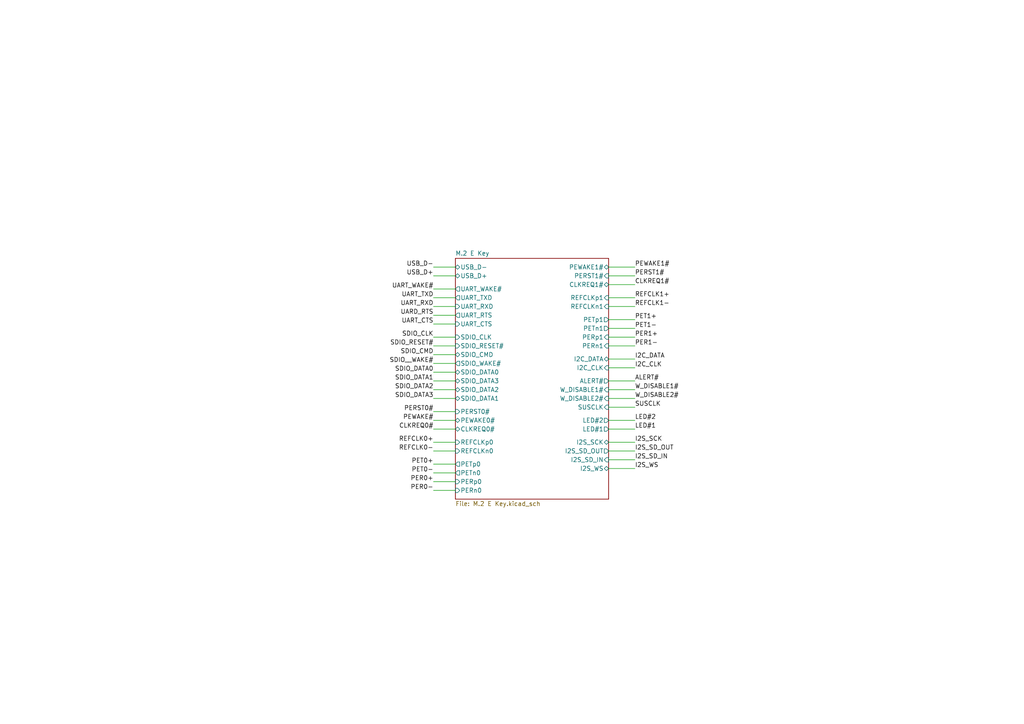
<source format=kicad_sch>
(kicad_sch
	(version 20250114)
	(generator "eeschema")
	(generator_version "9.0")
	(uuid "80102f95-40ef-457e-8ffe-1d64dea1d3f1")
	(paper "A4")
	(lib_symbols)
	(wire
		(pts
			(xy 125.73 124.46) (xy 132.08 124.46)
		)
		(stroke
			(width 0)
			(type default)
		)
		(uuid "06f82af9-5ef1-4de6-8cd8-ee730efbda58")
	)
	(wire
		(pts
			(xy 125.73 128.27) (xy 132.08 128.27)
		)
		(stroke
			(width 0)
			(type default)
		)
		(uuid "144160cf-97f7-4818-87b9-2dc0ff7188ad")
	)
	(wire
		(pts
			(xy 125.73 88.9) (xy 132.08 88.9)
		)
		(stroke
			(width 0)
			(type default)
		)
		(uuid "1c077299-978b-4eb4-b8d7-834f3fd63dd5")
	)
	(wire
		(pts
			(xy 125.73 119.38) (xy 132.08 119.38)
		)
		(stroke
			(width 0)
			(type default)
		)
		(uuid "1d47fdfe-d41f-4875-879e-a85ce3a28d8d")
	)
	(wire
		(pts
			(xy 125.73 137.16) (xy 132.08 137.16)
		)
		(stroke
			(width 0)
			(type default)
		)
		(uuid "1fa7503d-934c-41ce-b9a5-34fd8d2ef5da")
	)
	(wire
		(pts
			(xy 125.73 115.57) (xy 132.08 115.57)
		)
		(stroke
			(width 0)
			(type default)
		)
		(uuid "21c0c9ac-9e8c-452a-88f5-ac7b42b9438a")
	)
	(wire
		(pts
			(xy 176.53 133.35) (xy 184.15 133.35)
		)
		(stroke
			(width 0)
			(type default)
		)
		(uuid "23233e72-06af-4e38-8ee5-483c641a0a32")
	)
	(wire
		(pts
			(xy 125.73 77.47) (xy 132.08 77.47)
		)
		(stroke
			(width 0)
			(type default)
		)
		(uuid "2d60e699-5b4a-4b66-9f91-2e26065de4c4")
	)
	(wire
		(pts
			(xy 176.53 77.47) (xy 184.15 77.47)
		)
		(stroke
			(width 0)
			(type default)
		)
		(uuid "2f602f9a-89d5-4a6d-900a-419161ef0d4f")
	)
	(wire
		(pts
			(xy 125.73 105.41) (xy 132.08 105.41)
		)
		(stroke
			(width 0)
			(type default)
		)
		(uuid "33d0cdc9-22e9-4c9c-87bc-9071eb586fea")
	)
	(wire
		(pts
			(xy 125.73 91.44) (xy 132.08 91.44)
		)
		(stroke
			(width 0)
			(type default)
		)
		(uuid "491ac212-f797-492e-971c-929426e2e306")
	)
	(wire
		(pts
			(xy 176.53 82.55) (xy 184.15 82.55)
		)
		(stroke
			(width 0)
			(type default)
		)
		(uuid "565b85d7-455e-44e7-ab6b-97f246acce26")
	)
	(wire
		(pts
			(xy 125.73 113.03) (xy 132.08 113.03)
		)
		(stroke
			(width 0)
			(type default)
		)
		(uuid "6054ea2e-f169-4cb7-87e9-0a4b6d46426c")
	)
	(wire
		(pts
			(xy 125.73 97.79) (xy 132.08 97.79)
		)
		(stroke
			(width 0)
			(type default)
		)
		(uuid "647d3d8a-8851-4539-913a-93a6b3ecb308")
	)
	(wire
		(pts
			(xy 125.73 121.92) (xy 132.08 121.92)
		)
		(stroke
			(width 0)
			(type default)
		)
		(uuid "6eb0bc68-a32d-4c14-8c77-7ffd982a984e")
	)
	(wire
		(pts
			(xy 125.73 142.24) (xy 132.08 142.24)
		)
		(stroke
			(width 0)
			(type default)
		)
		(uuid "72204820-9363-497f-bed3-1cd3a00b3623")
	)
	(wire
		(pts
			(xy 176.53 124.46) (xy 184.15 124.46)
		)
		(stroke
			(width 0)
			(type default)
		)
		(uuid "7a4a926b-2649-4576-b4e0-a6049cc8718c")
	)
	(wire
		(pts
			(xy 125.73 139.7) (xy 132.08 139.7)
		)
		(stroke
			(width 0)
			(type default)
		)
		(uuid "7ae4c2e5-3f63-4221-8cc2-d520c241201c")
	)
	(wire
		(pts
			(xy 125.73 102.87) (xy 132.08 102.87)
		)
		(stroke
			(width 0)
			(type default)
		)
		(uuid "7ce95db3-9369-4539-ad09-8939c552f9c9")
	)
	(wire
		(pts
			(xy 125.73 130.81) (xy 132.08 130.81)
		)
		(stroke
			(width 0)
			(type default)
		)
		(uuid "871cddad-bdf4-43c9-8227-0e30493a7081")
	)
	(wire
		(pts
			(xy 176.53 110.49) (xy 184.15 110.49)
		)
		(stroke
			(width 0)
			(type default)
		)
		(uuid "94211537-6f79-4e3e-883a-539a7313a906")
	)
	(wire
		(pts
			(xy 125.73 93.98) (xy 132.08 93.98)
		)
		(stroke
			(width 0)
			(type default)
		)
		(uuid "97a7b796-09e3-49da-aa4b-b7bcc2e78240")
	)
	(wire
		(pts
			(xy 176.53 86.36) (xy 184.15 86.36)
		)
		(stroke
			(width 0)
			(type default)
		)
		(uuid "997f2d58-675a-4949-b2fe-f7630452e3a3")
	)
	(wire
		(pts
			(xy 176.53 121.92) (xy 184.15 121.92)
		)
		(stroke
			(width 0)
			(type default)
		)
		(uuid "99fc499f-05c5-4c1d-bb49-3dcd8a3639b8")
	)
	(wire
		(pts
			(xy 125.73 134.62) (xy 132.08 134.62)
		)
		(stroke
			(width 0)
			(type default)
		)
		(uuid "9fb622ea-7930-4614-b7ba-4f0a2d9bf5ae")
	)
	(wire
		(pts
			(xy 176.53 97.79) (xy 184.15 97.79)
		)
		(stroke
			(width 0)
			(type default)
		)
		(uuid "a24e5056-5ffe-4d97-807f-51c8c5875ce0")
	)
	(wire
		(pts
			(xy 176.53 100.33) (xy 184.15 100.33)
		)
		(stroke
			(width 0)
			(type default)
		)
		(uuid "a89c7572-f8ab-4af5-ab3e-9933e4a226bc")
	)
	(wire
		(pts
			(xy 176.53 113.03) (xy 184.15 113.03)
		)
		(stroke
			(width 0)
			(type default)
		)
		(uuid "aa01923f-05a8-4172-9be3-0043a6b376e4")
	)
	(wire
		(pts
			(xy 176.53 130.81) (xy 184.15 130.81)
		)
		(stroke
			(width 0)
			(type default)
		)
		(uuid "abe94a31-7f6b-47bd-bc3a-0891b6b73eee")
	)
	(wire
		(pts
			(xy 176.53 88.9) (xy 184.15 88.9)
		)
		(stroke
			(width 0)
			(type default)
		)
		(uuid "b0aad61e-fc98-4be6-babf-86d00e39dc04")
	)
	(wire
		(pts
			(xy 125.73 100.33) (xy 132.08 100.33)
		)
		(stroke
			(width 0)
			(type default)
		)
		(uuid "b596d036-36c7-4f27-ac1d-15780ddc8b51")
	)
	(wire
		(pts
			(xy 125.73 107.95) (xy 132.08 107.95)
		)
		(stroke
			(width 0)
			(type default)
		)
		(uuid "c4dacb57-da3d-4d06-8bc5-d2a250c73da6")
	)
	(wire
		(pts
			(xy 176.53 118.11) (xy 184.15 118.11)
		)
		(stroke
			(width 0)
			(type default)
		)
		(uuid "c56b3246-c5f8-41bc-a7ad-40acba058d33")
	)
	(wire
		(pts
			(xy 125.73 83.82) (xy 132.08 83.82)
		)
		(stroke
			(width 0)
			(type default)
		)
		(uuid "c8773aa6-3e06-4c94-8eb7-2fa92bf08e25")
	)
	(wire
		(pts
			(xy 176.53 135.89) (xy 184.15 135.89)
		)
		(stroke
			(width 0)
			(type default)
		)
		(uuid "ca43a614-fcfb-4384-80b3-41203cf74531")
	)
	(wire
		(pts
			(xy 176.53 128.27) (xy 184.15 128.27)
		)
		(stroke
			(width 0)
			(type default)
		)
		(uuid "d8204c2a-2416-4197-a61b-9d28f264fa30")
	)
	(wire
		(pts
			(xy 176.53 115.57) (xy 184.15 115.57)
		)
		(stroke
			(width 0)
			(type default)
		)
		(uuid "e4e8f7ee-01fd-4b1d-a264-89a2de887e5c")
	)
	(wire
		(pts
			(xy 176.53 104.14) (xy 184.15 104.14)
		)
		(stroke
			(width 0)
			(type default)
		)
		(uuid "ed7247d1-9667-42f3-b3dc-0111d20c71f9")
	)
	(wire
		(pts
			(xy 125.73 86.36) (xy 132.08 86.36)
		)
		(stroke
			(width 0)
			(type default)
		)
		(uuid "ee0c460e-805a-4497-b04e-c74ee6b79cfe")
	)
	(wire
		(pts
			(xy 176.53 80.01) (xy 184.15 80.01)
		)
		(stroke
			(width 0)
			(type default)
		)
		(uuid "f20d6868-2553-4d28-94a6-d01877341d18")
	)
	(wire
		(pts
			(xy 125.73 110.49) (xy 132.08 110.49)
		)
		(stroke
			(width 0)
			(type default)
		)
		(uuid "f4e05a61-9c46-44da-a332-49487dd959ef")
	)
	(wire
		(pts
			(xy 125.73 80.01) (xy 132.08 80.01)
		)
		(stroke
			(width 0)
			(type default)
		)
		(uuid "f63b2afa-a846-44b3-b7de-ec8146d01106")
	)
	(wire
		(pts
			(xy 176.53 92.71) (xy 184.15 92.71)
		)
		(stroke
			(width 0)
			(type default)
		)
		(uuid "f8c7fa38-b53a-4af1-a5fa-cb582fbfa0c5")
	)
	(wire
		(pts
			(xy 176.53 95.25) (xy 184.15 95.25)
		)
		(stroke
			(width 0)
			(type default)
		)
		(uuid "fad09478-1341-4117-9f48-51e6aba7c70d")
	)
	(wire
		(pts
			(xy 176.53 106.68) (xy 184.15 106.68)
		)
		(stroke
			(width 0)
			(type default)
		)
		(uuid "fbee9416-a00b-426f-9d4d-c181f7c3090d")
	)
	(label "ALERT#"
		(at 184.15 110.49 0)
		(effects
			(font
				(size 1.27 1.27)
			)
			(justify left bottom)
		)
		(uuid "044681e5-c488-4817-8597-bd9a5819784e")
	)
	(label "PERST0#"
		(at 125.73 119.38 180)
		(effects
			(font
				(size 1.27 1.27)
			)
			(justify right bottom)
		)
		(uuid "059f41c5-fc7e-4148-9975-f768e8e66425")
	)
	(label "LED#1"
		(at 184.15 124.46 0)
		(effects
			(font
				(size 1.27 1.27)
			)
			(justify left bottom)
		)
		(uuid "0740ec76-5352-4f10-b197-59f352943224")
	)
	(label "SDIO_CLK"
		(at 125.73 97.79 180)
		(effects
			(font
				(size 1.27 1.27)
			)
			(justify right bottom)
		)
		(uuid "088e1bae-4f02-4677-910e-b682d1fea644")
	)
	(label "SDIO_DATA1"
		(at 125.73 110.49 180)
		(effects
			(font
				(size 1.27 1.27)
			)
			(justify right bottom)
		)
		(uuid "0f0e26ef-acd2-479e-b279-22d574026761")
	)
	(label "I2S_SD_IN"
		(at 184.15 133.35 0)
		(effects
			(font
				(size 1.27 1.27)
			)
			(justify left bottom)
		)
		(uuid "1018ac58-4413-4dae-aa1a-8622044ce5e4")
	)
	(label "I2S_SCK"
		(at 184.15 128.27 0)
		(effects
			(font
				(size 1.27 1.27)
			)
			(justify left bottom)
		)
		(uuid "129ceff4-fcaf-4d7a-80a9-76ef0202ef12")
	)
	(label "PERST1#"
		(at 184.15 80.01 0)
		(effects
			(font
				(size 1.27 1.27)
			)
			(justify left bottom)
		)
		(uuid "22e7253e-2f5b-403d-88ec-60f6886ebe91")
	)
	(label "PET0-"
		(at 125.73 137.16 180)
		(effects
			(font
				(size 1.27 1.27)
			)
			(justify right bottom)
		)
		(uuid "2a980af7-5ae3-484e-af15-e9aad32d2df3")
	)
	(label "SDIO_CMD"
		(at 125.73 102.87 180)
		(effects
			(font
				(size 1.27 1.27)
			)
			(justify right bottom)
		)
		(uuid "31fba698-44af-42cb-9b26-86ef77e9bb60")
	)
	(label "SUSCLK"
		(at 184.15 118.11 0)
		(effects
			(font
				(size 1.27 1.27)
			)
			(justify left bottom)
		)
		(uuid "3635e0de-1120-461b-a6f7-4f0595d24a37")
	)
	(label "LED#2"
		(at 184.15 121.92 0)
		(effects
			(font
				(size 1.27 1.27)
			)
			(justify left bottom)
		)
		(uuid "3c1f5fcd-de77-4407-a86e-992825990ca9")
	)
	(label "CLKREQ0#"
		(at 125.73 124.46 180)
		(effects
			(font
				(size 1.27 1.27)
			)
			(justify right bottom)
		)
		(uuid "3ffe0d7f-273e-416e-b445-6a61e55ecc7b")
	)
	(label "I2C_CLK"
		(at 184.15 106.68 0)
		(effects
			(font
				(size 1.27 1.27)
			)
			(justify left bottom)
		)
		(uuid "403705fa-2ff9-4286-b54b-adc9db3841e1")
	)
	(label "SDIO_RESET#"
		(at 125.73 100.33 180)
		(effects
			(font
				(size 1.27 1.27)
			)
			(justify right bottom)
		)
		(uuid "4609ef26-34dd-4eaa-ac66-e41f13779044")
	)
	(label "SDIO_DATA0"
		(at 125.73 107.95 180)
		(effects
			(font
				(size 1.27 1.27)
			)
			(justify right bottom)
		)
		(uuid "493ef8e1-9bd8-4674-b5a3-bbd522a34927")
	)
	(label "UARD_RTS"
		(at 125.73 91.44 180)
		(effects
			(font
				(size 1.27 1.27)
			)
			(justify right bottom)
		)
		(uuid "545e2f76-94ed-4169-8ca9-54cc3673cc18")
	)
	(label "PEWAKE#"
		(at 125.73 121.92 180)
		(effects
			(font
				(size 1.27 1.27)
			)
			(justify right bottom)
		)
		(uuid "5f2ac284-c048-4601-bc3d-1ceabc31f163")
	)
	(label "PET1+"
		(at 184.15 92.71 0)
		(effects
			(font
				(size 1.27 1.27)
			)
			(justify left bottom)
		)
		(uuid "7104d248-0beb-44fc-bcdb-f222c5d8b294")
	)
	(label "REFCLK1+"
		(at 184.15 86.36 0)
		(effects
			(font
				(size 1.27 1.27)
			)
			(justify left bottom)
		)
		(uuid "84820b27-9e8c-4321-94c9-a9c2446f6bc4")
	)
	(label "REFCLK0+"
		(at 125.73 128.27 180)
		(effects
			(font
				(size 1.27 1.27)
			)
			(justify right bottom)
		)
		(uuid "8e2ecfa1-9144-4b3b-8cbc-7397e7ef1f7a")
	)
	(label "W_DISABLE2#"
		(at 184.15 115.57 0)
		(effects
			(font
				(size 1.27 1.27)
			)
			(justify left bottom)
		)
		(uuid "93aa47cd-bd0b-4583-8ee6-7435e03ae504")
	)
	(label "I2S_SD_OUT"
		(at 184.15 130.81 0)
		(effects
			(font
				(size 1.27 1.27)
			)
			(justify left bottom)
		)
		(uuid "94317fa9-953a-4402-8f40-d95141e9984d")
	)
	(label "USB_D+"
		(at 125.73 80.01 180)
		(effects
			(font
				(size 1.27 1.27)
			)
			(justify right bottom)
		)
		(uuid "98c9bc0e-74b1-4b7f-833f-3b194b819c48")
	)
	(label "PER0-"
		(at 125.73 142.24 180)
		(effects
			(font
				(size 1.27 1.27)
			)
			(justify right bottom)
		)
		(uuid "99c7a0aa-e987-444e-898c-432a68e3ae01")
	)
	(label "UART_WAKE#"
		(at 125.73 83.82 180)
		(effects
			(font
				(size 1.27 1.27)
			)
			(justify right bottom)
		)
		(uuid "a02d62b7-7055-43a4-9b85-2e0178f647ad")
	)
	(label "SDIO_DATA3"
		(at 125.73 115.57 180)
		(effects
			(font
				(size 1.27 1.27)
			)
			(justify right bottom)
		)
		(uuid "a57a0b89-baf0-4f11-a0c2-ece4bd4ffde7")
	)
	(label "UART_RXD"
		(at 125.73 88.9 180)
		(effects
			(font
				(size 1.27 1.27)
			)
			(justify right bottom)
		)
		(uuid "aba9bc00-50c6-4207-9dd1-6a8e3d30d590")
	)
	(label "PER1-"
		(at 184.15 100.33 0)
		(effects
			(font
				(size 1.27 1.27)
			)
			(justify left bottom)
		)
		(uuid "b160e469-2d8c-444f-a27d-8ad0748e64ef")
	)
	(label "USB_D-"
		(at 125.73 77.47 180)
		(effects
			(font
				(size 1.27 1.27)
			)
			(justify right bottom)
		)
		(uuid "b3de98d1-628c-41a8-ad98-1f4d53760ac9")
	)
	(label "UART_CTS"
		(at 125.73 93.98 180)
		(effects
			(font
				(size 1.27 1.27)
			)
			(justify right bottom)
		)
		(uuid "b8bbcc15-227c-4681-99dd-54d92e869324")
	)
	(label "PET0+"
		(at 125.73 134.62 180)
		(effects
			(font
				(size 1.27 1.27)
			)
			(justify right bottom)
		)
		(uuid "c0e6d9c7-9e91-4469-a6fe-76602b425b5e")
	)
	(label "PEWAKE1#"
		(at 184.15 77.47 0)
		(effects
			(font
				(size 1.27 1.27)
			)
			(justify left bottom)
		)
		(uuid "c3a51207-2646-445e-af6f-eb0b50160b23")
	)
	(label "PER1+"
		(at 184.15 97.79 0)
		(effects
			(font
				(size 1.27 1.27)
			)
			(justify left bottom)
		)
		(uuid "c95cfe91-9234-479e-98d1-1a07a6d59461")
	)
	(label "REFCLK0-"
		(at 125.73 130.81 180)
		(effects
			(font
				(size 1.27 1.27)
			)
			(justify right bottom)
		)
		(uuid "d188d14a-8921-4bc7-9b02-d7f0a67ca8c4")
	)
	(label "I2C_DATA"
		(at 184.15 104.14 0)
		(effects
			(font
				(size 1.27 1.27)
			)
			(justify left bottom)
		)
		(uuid "d575fa7e-4472-4fb0-b8f4-a9f922be6cd8")
	)
	(label "REFCLK1-"
		(at 184.15 88.9 0)
		(effects
			(font
				(size 1.27 1.27)
			)
			(justify left bottom)
		)
		(uuid "de758895-7031-4079-9c33-5df10187e0e2")
	)
	(label "CLKREQ1#"
		(at 184.15 82.55 0)
		(effects
			(font
				(size 1.27 1.27)
			)
			(justify left bottom)
		)
		(uuid "df7f47d8-4738-45c6-b961-6fc2c02df616")
	)
	(label "I2S_WS"
		(at 184.15 135.89 0)
		(effects
			(font
				(size 1.27 1.27)
			)
			(justify left bottom)
		)
		(uuid "e56e148d-cf99-41a5-a7aa-f8fdac39f1b4")
	)
	(label "PER0+"
		(at 125.73 139.7 180)
		(effects
			(font
				(size 1.27 1.27)
			)
			(justify right bottom)
		)
		(uuid "e76a8353-b807-4b78-976a-3bd872b46d00")
	)
	(label "SDIO_DATA2"
		(at 125.73 113.03 180)
		(effects
			(font
				(size 1.27 1.27)
			)
			(justify right bottom)
		)
		(uuid "e80af534-78b9-403e-9757-1f2b86c6ac04")
	)
	(label "W_DISABLE1#"
		(at 184.15 113.03 0)
		(effects
			(font
				(size 1.27 1.27)
			)
			(justify left bottom)
		)
		(uuid "e943e2df-f950-4150-bda4-fb322cbf15cf")
	)
	(label "PET1-"
		(at 184.15 95.25 0)
		(effects
			(font
				(size 1.27 1.27)
			)
			(justify left bottom)
		)
		(uuid "ea990960-18d3-4cee-a8d6-13a1c14cb6ae")
	)
	(label "UART_TXD"
		(at 125.73 86.36 180)
		(effects
			(font
				(size 1.27 1.27)
			)
			(justify right bottom)
		)
		(uuid "ebf2efc6-c8fb-44b9-8519-b6da86893eb5")
	)
	(label "SDIO__WAKE#"
		(at 125.73 105.41 180)
		(effects
			(font
				(size 1.27 1.27)
			)
			(justify right bottom)
		)
		(uuid "f08b2286-16e5-448f-81c7-4d9029577493")
	)
	(sheet
		(at 132.08 74.93)
		(size 44.45 69.85)
		(exclude_from_sim no)
		(in_bom yes)
		(on_board yes)
		(dnp no)
		(fields_autoplaced yes)
		(stroke
			(width 0.1524)
			(type solid)
		)
		(fill
			(color 0 0 0 0.0000)
		)
		(uuid "57f5f90c-1dca-44ef-b992-147ad2a2f3b1")
		(property "Sheetname" "M.2 E Key"
			(at 132.08 74.2184 0)
			(effects
				(font
					(size 1.27 1.27)
				)
				(justify left bottom)
			)
		)
		(property "Sheetfile" "M.2 E Key.kicad_sch"
			(at 132.08 145.3646 0)
			(effects
				(font
					(size 1.27 1.27)
				)
				(justify left top)
			)
		)
		(pin "USB_D-" bidirectional
			(at 132.08 77.47 180)
			(uuid "ffd96136-e013-448a-8051-6b640e3f01cf")
			(effects
				(font
					(size 1.27 1.27)
				)
				(justify left)
			)
		)
		(pin "USB_D+" bidirectional
			(at 132.08 80.01 180)
			(uuid "206a0d53-e7b3-41ed-9173-26dcc043d1a0")
			(effects
				(font
					(size 1.27 1.27)
				)
				(justify left)
			)
		)
		(pin "UART_WAKE#" output
			(at 132.08 83.82 180)
			(uuid "376e5f53-8d00-4edc-a090-be64f2a596a0")
			(effects
				(font
					(size 1.27 1.27)
				)
				(justify left)
			)
		)
		(pin "UART_TXD" output
			(at 132.08 86.36 180)
			(uuid "5adce81d-c0de-4c66-9789-e59dc74a86f2")
			(effects
				(font
					(size 1.27 1.27)
				)
				(justify left)
			)
		)
		(pin "UART_RTS" output
			(at 132.08 91.44 180)
			(uuid "a44a378c-e8e5-4088-b03a-bbd7b2f24a37")
			(effects
				(font
					(size 1.27 1.27)
				)
				(justify left)
			)
		)
		(pin "UART_RXD" input
			(at 132.08 88.9 180)
			(uuid "79480126-4150-4ec0-8443-fff10f04659b")
			(effects
				(font
					(size 1.27 1.27)
				)
				(justify left)
			)
		)
		(pin "UART_CTS" input
			(at 132.08 93.98 180)
			(uuid "e04c943d-5b28-40ac-96a4-fb690d657616")
			(effects
				(font
					(size 1.27 1.27)
				)
				(justify left)
			)
		)
		(pin "SDIO_CLK" input
			(at 132.08 97.79 180)
			(uuid "e2da3e70-51fa-42ee-a085-70b2e25b233a")
			(effects
				(font
					(size 1.27 1.27)
				)
				(justify left)
			)
		)
		(pin "SDIO_RESET#" input
			(at 132.08 100.33 180)
			(uuid "944571f5-92b5-480f-ac51-2760a147d894")
			(effects
				(font
					(size 1.27 1.27)
				)
				(justify left)
			)
		)
		(pin "SDIO_CMD" bidirectional
			(at 132.08 102.87 180)
			(uuid "04dcac4a-ea49-4583-93a3-842abdce1ba0")
			(effects
				(font
					(size 1.27 1.27)
				)
				(justify left)
			)
		)
		(pin "SDIO_WAKE#" output
			(at 132.08 105.41 180)
			(uuid "61bb7fc2-4444-4151-8a91-4cf26557aafd")
			(effects
				(font
					(size 1.27 1.27)
				)
				(justify left)
			)
		)
		(pin "SDIO_DATA0" bidirectional
			(at 132.08 107.95 180)
			(uuid "b3b5ff84-fef2-4e64-9d81-dd8be794be65")
			(effects
				(font
					(size 1.27 1.27)
				)
				(justify left)
			)
		)
		(pin "SDIO_DATA3" bidirectional
			(at 132.08 110.49 180)
			(uuid "75ec2347-a08f-4cbb-8464-771e204b21b2")
			(effects
				(font
					(size 1.27 1.27)
				)
				(justify left)
			)
		)
		(pin "SDIO_DATA2" bidirectional
			(at 132.08 113.03 180)
			(uuid "37ff82a2-9a12-40f2-9a44-555ce0d08ca0")
			(effects
				(font
					(size 1.27 1.27)
				)
				(justify left)
			)
		)
		(pin "SDIO_DATA1" bidirectional
			(at 132.08 115.57 180)
			(uuid "50f71e12-d9b7-40c1-b3f0-188502a1d1ca")
			(effects
				(font
					(size 1.27 1.27)
				)
				(justify left)
			)
		)
		(pin "PERST0#" input
			(at 132.08 119.38 180)
			(uuid "a8876094-fb66-4700-9131-b74a8527475f")
			(effects
				(font
					(size 1.27 1.27)
				)
				(justify left)
			)
		)
		(pin "PEWAKE0#" bidirectional
			(at 132.08 121.92 180)
			(uuid "a8918487-44fe-43a2-8345-a219f4575efe")
			(effects
				(font
					(size 1.27 1.27)
				)
				(justify left)
			)
		)
		(pin "CLKREQ0#" bidirectional
			(at 132.08 124.46 180)
			(uuid "c6101bb4-3ea1-468b-a569-ddb02f4d3300")
			(effects
				(font
					(size 1.27 1.27)
				)
				(justify left)
			)
		)
		(pin "REFCLKp0" input
			(at 132.08 128.27 180)
			(uuid "67c1529c-c4a9-4425-944c-e002834feeb9")
			(effects
				(font
					(size 1.27 1.27)
				)
				(justify left)
			)
		)
		(pin "REFCLKn0" input
			(at 132.08 130.81 180)
			(uuid "6eb01281-1dee-4888-a11e-3ece924f3663")
			(effects
				(font
					(size 1.27 1.27)
				)
				(justify left)
			)
		)
		(pin "PETn0" output
			(at 132.08 137.16 180)
			(uuid "e3578078-4f64-454a-a23c-124f557f8928")
			(effects
				(font
					(size 1.27 1.27)
				)
				(justify left)
			)
		)
		(pin "PETp0" output
			(at 132.08 134.62 180)
			(uuid "27ebfa3d-6f86-4650-90f3-d2f12573ed81")
			(effects
				(font
					(size 1.27 1.27)
				)
				(justify left)
			)
		)
		(pin "PERn0" input
			(at 132.08 142.24 180)
			(uuid "34e07110-cc38-4f4a-95ae-9dec19bae1ee")
			(effects
				(font
					(size 1.27 1.27)
				)
				(justify left)
			)
		)
		(pin "PERp0" input
			(at 132.08 139.7 180)
			(uuid "86fa3900-c596-4b9e-a056-aabcfe63aee4")
			(effects
				(font
					(size 1.27 1.27)
				)
				(justify left)
			)
		)
		(pin "PEWAKE1#" bidirectional
			(at 176.53 77.47 0)
			(uuid "5cdbbf4f-115d-47b7-9283-8c5839f056bd")
			(effects
				(font
					(size 1.27 1.27)
				)
				(justify right)
			)
		)
		(pin "PERST1#" input
			(at 176.53 80.01 0)
			(uuid "57f52044-f75e-4ab4-b2c1-0151ff3fc8c7")
			(effects
				(font
					(size 1.27 1.27)
				)
				(justify right)
			)
		)
		(pin "CLKREQ1#" bidirectional
			(at 176.53 82.55 0)
			(uuid "f3ca1778-8777-41e9-9339-4c7d1febae17")
			(effects
				(font
					(size 1.27 1.27)
				)
				(justify right)
			)
		)
		(pin "REFCLKn1" input
			(at 176.53 88.9 0)
			(uuid "3fa3a6d5-6f3d-45ae-a24c-da7c2beb113f")
			(effects
				(font
					(size 1.27 1.27)
				)
				(justify right)
			)
		)
		(pin "REFCLKp1" input
			(at 176.53 86.36 0)
			(uuid "b4ee166a-800b-41c4-b06c-a8ceb3e4bbdf")
			(effects
				(font
					(size 1.27 1.27)
				)
				(justify right)
			)
		)
		(pin "PETn1" output
			(at 176.53 95.25 0)
			(uuid "41a1bee6-3a2a-49cf-a9cd-831420d1675a")
			(effects
				(font
					(size 1.27 1.27)
				)
				(justify right)
			)
		)
		(pin "PETp1" output
			(at 176.53 92.71 0)
			(uuid "1272b147-2ef2-4df0-b8f6-9732f0d205b7")
			(effects
				(font
					(size 1.27 1.27)
				)
				(justify right)
			)
		)
		(pin "PERp1" input
			(at 176.53 97.79 0)
			(uuid "5830176c-b1ec-4a87-9577-b3e5bc96ad95")
			(effects
				(font
					(size 1.27 1.27)
				)
				(justify right)
			)
		)
		(pin "PERn1" input
			(at 176.53 100.33 0)
			(uuid "6569d340-c199-42ce-9f1f-ce5773d132a6")
			(effects
				(font
					(size 1.27 1.27)
				)
				(justify right)
			)
		)
		(pin "I2C_DATA" bidirectional
			(at 176.53 104.14 0)
			(uuid "71c4660d-324f-4c52-8848-78c7d86715f5")
			(effects
				(font
					(size 1.27 1.27)
				)
				(justify right)
			)
		)
		(pin "I2C_CLK" input
			(at 176.53 106.68 0)
			(uuid "75b03b7e-a11f-4f0c-bd76-b0614c977fac")
			(effects
				(font
					(size 1.27 1.27)
				)
				(justify right)
			)
		)
		(pin "ALERT#" output
			(at 176.53 110.49 0)
			(uuid "7d9c83c1-e83b-4776-a319-09f8954efad3")
			(effects
				(font
					(size 1.27 1.27)
				)
				(justify right)
			)
		)
		(pin "W_DISABLE1#" input
			(at 176.53 113.03 0)
			(uuid "6f34d0a4-f3b0-4f91-8e69-c13f487f1a57")
			(effects
				(font
					(size 1.27 1.27)
				)
				(justify right)
			)
		)
		(pin "SUSCLK" input
			(at 176.53 118.11 0)
			(uuid "91516cd2-6f68-4ac6-ab8c-f8dcb039cbaf")
			(effects
				(font
					(size 1.27 1.27)
				)
				(justify right)
			)
		)
		(pin "W_DISABLE2#" input
			(at 176.53 115.57 0)
			(uuid "027fad17-1ba2-43a9-a03d-25baae2bb752")
			(effects
				(font
					(size 1.27 1.27)
				)
				(justify right)
			)
		)
		(pin "LED#2" output
			(at 176.53 121.92 0)
			(uuid "78d5c6b6-c036-4cc1-a558-2ca9d0b0aecf")
			(effects
				(font
					(size 1.27 1.27)
				)
				(justify right)
			)
		)
		(pin "LED#1" output
			(at 176.53 124.46 0)
			(uuid "4d3e0e29-7396-4e01-9dba-87d04c564171")
			(effects
				(font
					(size 1.27 1.27)
				)
				(justify right)
			)
		)
		(pin "I2S_SCK" bidirectional
			(at 176.53 128.27 0)
			(uuid "3066bbb1-b3ad-4c3a-9fe5-4b13850c3bc4")
			(effects
				(font
					(size 1.27 1.27)
				)
				(justify right)
			)
		)
		(pin "I2S_SD_OUT" output
			(at 176.53 130.81 0)
			(uuid "e24576b8-0100-4373-87a9-ac7e28067918")
			(effects
				(font
					(size 1.27 1.27)
				)
				(justify right)
			)
		)
		(pin "I2S_WS" bidirectional
			(at 176.53 135.89 0)
			(uuid "93b446f6-ab23-40af-8deb-b5343b54b585")
			(effects
				(font
					(size 1.27 1.27)
				)
				(justify right)
			)
		)
		(pin "I2S_SD_IN" input
			(at 176.53 133.35 0)
			(uuid "b1e93608-eca4-4343-a906-b0a6b4992e9a")
			(effects
				(font
					(size 1.27 1.27)
				)
				(justify right)
			)
		)
		(instances
			(project "M.2 E Key 3042"
				(path "/80102f95-40ef-457e-8ffe-1d64dea1d3f1"
					(page "2")
				)
			)
		)
	)
	(sheet_instances
		(path "/"
			(page "1")
		)
	)
	(embedded_fonts no)
)

</source>
